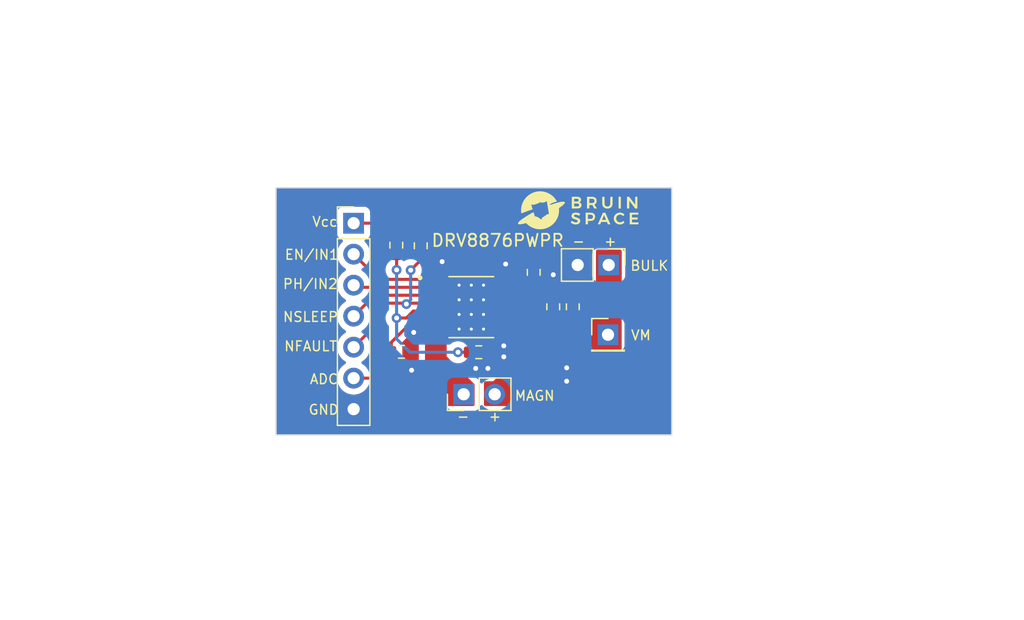
<source format=kicad_pcb>
(kicad_pcb (version 20221018) (generator pcbnew)
  (layers (0 "F.Cu" signal) (31 "B.Cu" signal) (34 "B.Paste" user) (35 "F.Paste" user) (36 "B.SilkS" user "B.Silkscreen") (37 "F.SilkS" user "F.Silkscreen") (38 "B.Mask" user) (39 "F.Mask" user) (44 "Edge.Cuts" user))
  (net 0 "")
  (net 1 "Net-(U1-CPH)")
  (net 2 "Net-(U1-CPL)")
  (net 3 "Net-(BULKCAP1-IN)")
  (net 4 "Earth")
  (net 5 "Net-(U1-VCP)")
  (net 6 "Net-(STM1-Vcc)")
  (net 7 "Net-(U1-VREF)")
  (net 8 "Net-(STM1-ADC)")
  (net 9 "Net-(STM1-PWM)")
  (net 10 "Net-(MAGNETORQUER1-SIDE1)")
  (net 11 "Net-(MAGNETORQUER1-SIDE2)")
  (net 12 "Net-(U1-~{NFAULT})")
  (net 13 "Net-(U1-PH{slash}IN2)")
  (net 14 "Net-(U1-NSLEEP)")
  (footprint "Connector_PinHeader_2.54mm:PinHeader_1x01_P2.54mm_Vertical" (layer "F.Cu") (at 151.384 88.392)
    (fp_text reference "VM1" hide)
    (fp_text value "~")
    (pad "1" thru_hole rect (at 0 0) (size 1.7 1.7) (drill 1) (layers "*.Cu" "*.Mask") (net 3 "Net-(BULKCAP1-IN)"))
  )
  (footprint "Resistor_SMD:R_0603_1608Metric" (layer "F.Cu") (at 134.05 81.05 90)
    (fp_text reference "16k" hide)
    (fp_text value "16kO")
    (pad "1" smd roundrect (at -0.825 0 90) (size 0.8 0.95) (layers "F.Cu" "F.Paste" "F.Mask") (net 7 "Net-(U1-VREF)"))
    (pad "2" smd roundrect (at 0.825 0 90) (size 0.8 0.95) (layers "F.Cu" "F.Paste" "F.Mask") (net 6 "Net-(STM1-Vcc)"))
  )
  (footprint "LOGO" (layer "F.Cu") (at 149.15 78.2)
    (fp_text reference "G***" hide)
    (fp_text value "LOGO" hide)
  )
  (footprint "Resistor_SMD:R_0603_1608Metric" (layer "F.Cu") (at 146.9 86.1 90)
    (fp_text reference "0.1uF" hide)
    (fp_text value "0.1 uF")
    (pad "1" smd roundrect (at -0.825 0 90) (size 0.8 0.95) (layers "F.Cu" "F.Paste" "F.Mask") (net 3 "Net-(BULKCAP1-IN)"))
    (pad "2" smd roundrect (at 0.825 0 90) (size 0.8 0.95) (layers "F.Cu" "F.Paste" "F.Mask") (net 5 "Net-(U1-VCP)"))
  )
  (footprint "Resistor_SMD:R_0603_1608Metric" (layer "F.Cu") (at 136.05 81.1 90)
    (fp_text reference "10k" hide)
    (fp_text value "10kO")
    (pad "1" smd roundrect (at -0.825 0 90) (size 0.8 0.95) (layers "F.Cu" "F.Paste" "F.Mask") (net 12 "Net-(U1-~{NFAULT})"))
    (pad "2" smd roundrect (at 0.825 0 90) (size 0.8 0.95) (layers "F.Cu" "F.Paste" "F.Mask") (net 6 "Net-(STM1-Vcc)"))
  )
  (footprint "Resistor_SMD:R_0603_1608Metric" (layer "F.Cu") (at 134.4676 89.789)
    (fp_text reference "2.5kOhms" hide)
    (fp_text value "2.5kO")
    (pad "1" smd roundrect (at -0.825 0) (size 0.8 0.95) (layers "F.Cu" "F.Paste" "F.Mask") (net 8 "Net-(STM1-ADC)"))
    (pad "2" smd roundrect (at 0.825 0) (size 0.8 0.95) (layers "F.Cu" "F.Paste" "F.Mask") (net 4 "Earth"))
  )
  (footprint "Resistor_SMD:R_0603_1608Metric" (layer "F.Cu") (at 140.8 89.825)
    (fp_text reference "50kOhms" hide)
    (fp_text value "50kO")
    (pad "1" smd roundrect (at -0.825 0) (size 0.8 0.95) (layers "F.Cu" "F.Paste" "F.Mask") (net 7 "Net-(U1-VREF)"))
    (pad "2" smd roundrect (at 0.825 0) (size 0.8 0.95) (layers "F.Cu" "F.Paste" "F.Mask") (net 4 "Earth"))
  )
  (footprint "Connector_PinHeader_2.54mm:PinHeader_1x07_P2.54mm_Vertical" (layer "F.Cu") (at 130.556 79.248)
    (fp_text reference "STM" hide)
    (fp_text value "~")
    (pad "1" thru_hole rect (at 0 0) (size 1.7 1.7) (drill 1) (layers "*.Cu" "*.Mask") (net 6 "Net-(STM1-Vcc)"))
    (pad "2" thru_hole oval (at 0 2.54) (size 1.7 1.7) (drill 1) (layers "*.Cu" "*.Mask") (net 9 "Net-(STM1-PWM)"))
    (pad "3" thru_hole oval (at 0 5.08) (size 1.7 1.7) (drill 1) (layers "*.Cu" "*.Mask") (net 13 "Net-(U1-PH{slash}IN2)"))
    (pad "4" thru_hole oval (at 0 7.62) (size 1.7 1.7) (drill 1) (layers "*.Cu" "*.Mask") (net 14 "Net-(U1-NSLEEP)"))
    (pad "5" thru_hole oval (at 0 10.16) (size 1.7 1.7) (drill 1) (layers "*.Cu" "*.Mask") (net 12 "Net-(U1-~{NFAULT})"))
    (pad "6" thru_hole oval (at 0 12.7) (size 1.7 1.7) (drill 1) (layers "*.Cu" "*.Mask") (net 8 "Net-(STM1-ADC)"))
    (pad "7" thru_hole oval (at 0 15.24) (size 1.7 1.7) (drill 1) (layers "*.Cu" "*.Mask") (net 4 "Earth"))
  )
  (footprint "DRV8876PWPR:IC_DRV8876PWPR" (layer "F.Cu") (at 140.192 86.128)
    (fp_text reference "U1" hide)
    (fp_text value "DRV8876PWPR" hide)
    (pad "1" smd roundrect (at -2.9 -2.275) (size 1.5 0.45) (layers "F.Cu" "F.Paste" "F.Mask") (roundrect_rratio 0.06) (net 9 "Net-(STM1-PWM)"))
    (pad "2" smd roundrect (at -2.9 -1.625) (size 1.5 0.45) (layers "F.Cu" "F.Paste" "F.Mask") (roundrect_rratio 0.06) (net 13 "Net-(U1-PH{slash}IN2)"))
    (pad "3" smd roundrect (at -2.9 -0.975) (size 1.5 0.45) (layers "F.Cu" "F.Paste" "F.Mask") (roundrect_rratio 0.06) (net 14 "Net-(U1-NSLEEP)"))
    (pad "4" smd roundrect (at -2.9 -0.325) (size 1.5 0.45) (layers "F.Cu" "F.Paste" "F.Mask") (roundrect_rratio 0.06) (net 12 "Net-(U1-~{NFAULT})"))
    (pad "5" smd roundrect (at -2.9 0.325) (size 1.5 0.45) (layers "F.Cu" "F.Paste" "F.Mask") (roundrect_rratio 0.06) (net 7 "Net-(U1-VREF)"))
    (pad "6" smd roundrect (at -2.9 0.975) (size 1.5 0.45) (layers "F.Cu" "F.Paste" "F.Mask") (roundrect_rratio 0.06) (net 8 "Net-(STM1-ADC)"))
    (pad "7" smd roundrect (at -2.9 1.625) (size 1.5 0.45) (layers "F.Cu" "F.Paste" "F.Mask") (roundrect_rratio 0.06) (net 4 "Earth"))
    (pad "8" smd roundrect (at -2.9 2.275) (size 1.5 0.45) (layers "F.Cu" "F.Paste" "F.Mask") (roundrect_rratio 0.06) (net 10 "Net-(MAGNETORQUER1-SIDE1)"))
    (pad "9" smd roundrect (at 2.9 2.275) (size 1.5 0.45) (layers "F.Cu" "F.Paste" "F.Mask") (roundrect_rratio 0.06) (net 4 "Earth"))
    (pad "10" smd roundrect (at 2.9 1.625) (size 1.5 0.45) (layers "F.Cu" "F.Paste" "F.Mask") (roundrect_rratio 0.06) (net 11 "Net-(MAGNETORQUER1-SIDE2)"))
    (pad "11" smd roundrect (at 2.9 0.975) (size 1.5 0.45) (layers "F.Cu" "F.Paste" "F.Mask") (roundrect_rratio 0.06) (net 3 "Net-(BULKCAP1-IN)"))
    (pad "12" smd roundrect (at 2.9 0.325) (size 1.5 0.45) (layers "F.Cu" "F.Paste" "F.Mask") (roundrect_rratio 0.06) (net 5 "Net-(U1-VCP)"))
    (pad "13" smd roundrect (at 2.9 -0.325) (size 1.5 0.45) (layers "F.Cu" "F.Paste" "F.Mask") (roundrect_rratio 0.06) (net 1 "Net-(U1-CPH)"))
    (pad "14" smd roundrect (at 2.9 -0.975) (size 1.5 0.45) (layers "F.Cu" "F.Paste" "F.Mask") (roundrect_rratio 0.06) (net 2 "Net-(U1-CPL)"))
    (pad "15" smd roundrect (at 2.9 -1.625) (size 1.5 0.45) (layers "F.Cu" "F.Paste" "F.Mask") (roundrect_rratio 0.06) (net 4 "Earth"))
    (pad "16" thru_hole circle (at -1 -1.8) (size 0.45 0.45) (drill 0.25) (layers "*.Cu") (net 4 "Earth"))
    (pad "16" thru_hole circle (at -1 -0.6) (size 0.45 0.45) (drill 0.25) (layers "*.Cu") (net 4 "Earth"))
    (pad "16" thru_hole circle (at -1 0.6) (size 0.45 0.45) (drill 0.25) (layers "*.Cu") (net 4 "Earth"))
    (pad "16" thru_hole circle (at -1 1.8) (size 0.45 0.45) (drill 0.25) (layers "*.Cu") (net 4 "Earth"))
    (pad "16" thru_hole circle (at 0 -1.8) (size 0.45 0.45) (drill 0.25) (layers "*.Cu") (net 4 "Earth"))
    (pad "16" thru_hole circle (at 0 -0.6) (size 0.45 0.45) (drill 0.25) (layers "*.Cu") (net 4 "Earth"))
    (pad "16" smd rect (at 0 0) (size 3.4 5) (layers "F.Cu") (net 4 "Earth"))
    (pad "16" thru_hole circle (at 0 0.6) (size 0.45 0.45) (drill 0.25) (layers "*.Cu") (net 4 "Earth"))
    (pad "16" thru_hole circle (at 0 1.8) (size 0.45 0.45) (drill 0.25) (layers "*.Cu") (net 4 "Earth"))
    (pad "16" thru_hole circle (at 1 -1.8) (size 0.45 0.45) (drill 0.25) (layers "*.Cu") (net 4 "Earth"))
    (pad "16" thru_hole circle (at 1 -0.6) (size 0.45 0.45) (drill 0.25) (layers "*.Cu") (net 4 "Earth"))
    (pad "16" thru_hole circle (at 1 0.6) (size 0.45 0.45) (drill 0.25) (layers "*.Cu") (net 4 "Earth"))
    (pad "16" thru_hole circle (at 1 1.8) (size 0.45 0.45) (drill 0.25) (layers "*.Cu") (net 4 "Earth"))
    (pad "16" smd roundrect (at 2.9 -2.275) (size 1.5 0.45) (layers "F.Cu" "F.Paste" "F.Mask") (roundrect_rratio 0.06) (net 4 "Earth"))
  )
  (footprint "Connector_PinHeader_2.54mm:PinHeader_1x02_P2.54mm_Vertical" (layer "F.Cu") (at 151.44 82.675 -90)
    (fp_text reference "BULKCAP1" hide)
    (fp_text value "~")
    (pad "1" thru_hole rect (at 0 0 270) (size 1.7 1.7) (drill 1) (layers "*.Cu" "*.Mask") (net 3 "Net-(BULKCAP1-IN)"))
    (pad "2" thru_hole oval (at 0 2.54 270) (size 1.7 1.7) (drill 1) (layers "*.Cu" "*.Mask") (net 4 "Earth"))
  )
  (footprint "Resistor_SMD:R_0603_1608Metric" (layer "F.Cu") (at 148.5 86.1 90)
    (fp_text reference "0.1uF" hide)
    (fp_text value "0.1 uF")
    (pad "1" smd roundrect (at -0.825 0 90) (size 0.8 0.95) (layers "F.Cu" "F.Paste" "F.Mask") (net 3 "Net-(BULKCAP1-IN)"))
    (pad "2" smd roundrect (at 0.825 0 90) (size 0.8 0.95) (layers "F.Cu" "F.Paste" "F.Mask") (net 4 "Earth"))
  )
  (footprint "Resistor_SMD:R_0603_1608Metric" (layer "F.Cu") (at 145.3 83.275 90)
    (fp_text reference "0.022uF" hide)
    (fp_text value "0.022 uF")
    (pad "1" smd roundrect (at -0.825 0 90) (size 0.8 0.95) (layers "F.Cu" "F.Paste" "F.Mask") (net 1 "Net-(U1-CPH)"))
    (pad "2" smd roundrect (at 0.825 0 90) (size 0.8 0.95) (layers "F.Cu" "F.Paste" "F.Mask") (net 2 "Net-(U1-CPL)"))
  )
  (footprint "Connector_PinHeader_2.54mm:PinHeader_1x02_P2.54mm_Vertical" (layer "F.Cu") (at 139.568 93.2688 90)
    (fp_text reference "MAGN" (at -0.12 5.812 180) (layer "F.SilkS") (effects (font (size 0.8 0.8) (thickness 0.12))))
    (fp_text value "~")
    (pad "1" thru_hole rect (at 0 0 90) (size 1.7 1.7) (drill 1) (layers "*.Cu" "*.Mask") (net 10 "Net-(MAGNETORQUER1-SIDE1)"))
    (pad "2" thru_hole oval (at 0 2.54 90) (size 1.7 1.7) (drill 1) (layers "*.Cu" "*.Mask") (net 11 "Net-(MAGNETORQUER1-SIDE2)"))
  )
  (gr_rect (start 124.2 76.35) (end 156.6 96.6) (stroke (width 0.1)) (fill none) (layer "Edge.Cuts"))
  (gr_text "+" (at 141.55 95.55) (layer "F.SilkS") (effects (font (size 0.8 0.8) (thickness 0.12)) (justify left bottom)))
  (gr_text "DRV8876PWPR" (at 136.85 81.25) (layer "F.SilkS") (effects (font (size 1 1)) (justify left bottom)))
  (gr_text "NFAULT" (at 124.8 89.8) (layer "F.SilkS") (effects (font (size 0.8 0.8) (thickness 0.12)) (justify left bottom)))
  (gr_text "NSLEEP\n" (at 124.7 87.4) (layer "F.SilkS") (effects (font (size 0.8 0.8) (thickness 0.12)) (justify left bottom)))
  (gr_text "+" (at 151 81.2) (layer "F.SilkS") (effects (font (size 0.8 0.8) (thickness 0.12)) (justify left bottom)))
  (gr_text "ADC" (at 126.9 92.5) (layer "F.SilkS") (effects (font (size 0.8 0.8) (thickness 0.12)) (justify left bottom)))
  (gr_text "EN/IN1" (at 124.85 82.3) (layer "F.SilkS") (effects (font (size 0.8 0.8) (thickness 0.12)) (justify left bottom)))
  (gr_text "-" (at 138.95 95.55) (layer "F.SilkS") (effects (font (size 0.8 0.8) (thickness 0.12)) (justify left bottom)))
  (gr_text "Vcc" (at 127.1 79.6) (layer "F.SilkS") (effects (font (size 0.8 0.8) (thickness 0.12)) (justify left bottom)))
  (gr_text "VM" (at 153.2 88.9) (layer "F.SilkS") (effects (font (size 0.8 0.8) (thickness 0.12)) (justify left bottom)))
  (gr_text "BULK\n" (at 153.15 83.2) (layer "F.SilkS") (effects (font (size 0.8 0.8) (thickness 0.12)) (justify left bottom)))
  (gr_text "PH/IN2\n" (at 124.7 84.7) (layer "F.SilkS") (effects (font (size 0.8 0.8) (thickness 0.12)) (justify left bottom)))
  (gr_text "-" (at 148.4 81.2) (layer "F.SilkS") (effects (font (size 0.8 0.8) (thickness 0.12)) (justify left bottom)))
  (gr_text "GND" (at 126.8 95) (layer "F.SilkS") (effects (font (size 0.8 0.8) (thickness 0.12)) (justify left bottom)))
  (segment (start 144.147 85.803) (end 145.3 84.65) (width 0.25) (layer "F.Cu") (net 1))
  (segment (start 145.3 84.65) (end 145.3 84.1) (width 0.25) (layer "F.Cu") (net 1))
  (segment (start 143.092 85.803) (end 144.147 85.803) (width 0.25) (layer "F.Cu") (net 1))
  (segment (start 145.3 82.45) (end 144.45 83.3) (width 0.25) (layer "F.Cu") (net 2))
  (segment (start 144.45 84.75) (end 144.047 85.153) (width 0.25) (layer "F.Cu") (net 2))
  (segment (start 144.047 85.153) (end 143.092 85.153) (width 0.25) (layer "F.Cu") (net 2))
  (segment (start 144.45 83.3) (end 144.45 84.75) (width 0.25) (layer "F.Cu") (net 2))
  (segment (start 151.44 88.336) (end 151.384 88.392) (width 0.25) (layer "F.Cu") (net 3))
  (segment (start 151.384 82.731) (end 151.44 82.675) (width 0.25) (layer "F.Cu") (net 3))
  (segment (start 135.475 88.934) (end 135.475 88.2) (width 0.25) (layer "F.Cu") (net 4))
  (segment (start 135.2926 89.1164) (end 135.475 88.934) (width 0.25) (layer "F.Cu") (net 4))
  (segment (start 143.1 88.411) (end 143.092 88.403) (width 0.25) (layer "F.Cu") (net 4))
  (segment (start 135.922 87.753) (end 137.292 87.753) (width 0.25) (layer "F.Cu") (net 4))
  (segment (start 135.2926 89.789) (end 135.2926 89.1164) (width 0.25) (layer "F.Cu") (net 4))
  (segment (start 135.475 88.2) (end 135.922 87.753) (width 0.25) (layer "F.Cu") (net 4))
  (via (at 140.55 91.15) (size 0.8) (drill 0.4) (layers "F.Cu" "B.Cu") (net 4))
  (via (at 141.55 91.15) (size 0.8) (drill 0.4) (layers "F.Cu" "B.Cu") (net 4))
  (via (at 137.8 82.4) (size 0.8) (drill 0.4) (layers "F.Cu" "B.Cu") (net 4))
  (via (at 135.3 91.3) (size 0.8) (drill 0.4) (layers "F.Cu" "B.Cu") (net 4))
  (via (at 142.85 90.2) (size 0.8) (drill 0.4) (layers "F.Cu" "B.Cu") (net 4))
  (via (at 135.475 88.2) (size 0.8) (drill 0.4) (layers "F.Cu" "B.Cu") (net 4))
  (via (at 142.85 89.3) (size 0.8) (drill 0.4) (layers "F.Cu" "B.Cu") (net 4))
  (via (at 148 92.2) (size 0.8) (drill 0.4) (layers "F.Cu" "B.Cu") (net 4))
  (via (at 146.9 83.475) (size 0.8) (drill 0.4) (layers "F.Cu" "B.Cu") (net 4))
  (via (at 148 91.1) (size 0.8) (drill 0.4) (layers "F.Cu" "B.Cu") (net 4))
  (via (at 143 82.6) (size 0.8) (drill 0.4) (layers "F.Cu" "B.Cu") (net 4))
  (segment (start 143.092 86.453) (end 143.095 86.45) (width 0.25) (layer "F.Cu") (net 5))
  (segment (start 144.2 86.45) (end 145.375 85.275) (width 0.25) (layer "F.Cu") (net 5))
  (segment (start 145.375 85.275) (end 146.9 85.275) (width 0.25) (layer "F.Cu") (net 5))
  (segment (start 143.095 86.45) (end 144.2 86.45) (width 0.25) (layer "F.Cu") (net 5))
  (segment (start 133.073 79.248) (end 130.556 79.248) (width 0.25) (layer "F.Cu") (net 6))
  (segment (start 134.1 80.275) (end 134.05 80.225) (width 0.25) (layer "F.Cu") (net 6))
  (segment (start 136.05 80.275) (end 134.1 80.275) (width 0.25) (layer "F.Cu") (net 6))
  (segment (start 134.05 80.225) (end 133.073 79.248) (width 0.25) (layer "F.Cu") (net 6))
  (segment (start 135.4414 86.453) (end 137.292 86.453) (width 0.25) (layer "F.Cu") (net 7))
  (segment (start 134.874 87.0204) (end 135.4414 86.453) (width 0.25) (layer "F.Cu") (net 7))
  (segment (start 134.075 83.075) (end 134.075 81.9) (width 0.25) (layer "F.Cu") (net 7))
  (segment (start 134.075 81.9) (end 134.05 81.875) (width 0.25) (layer "F.Cu") (net 7))
  (segment (start 139.1 89.825) (end 139.975 89.825) (width 0.25) (layer "F.Cu") (net 7))
  (segment (start 134.075 87.0204) (end 134.874 87.0204) (width 0.25) (layer "F.Cu") (net 7))
  (via (at 134.075 87.0204) (size 0.8) (drill 0.4) (layers "F.Cu" "B.Cu") (net 7))
  (via (at 134.075 83.075) (size 0.8) (drill 0.4) (layers "F.Cu" "B.Cu") (net 7))
  (via (at 139.1 89.825) (size 0.8) (drill 0.4) (layers "F.Cu" "B.Cu") (net 7))
  (segment (start 134.075 87.0204) (end 134.075 83.075) (width 0.25) (layer "B.Cu") (net 7))
  (segment (start 135.164 89.825) (end 139.1 89.825) (width 0.25) (layer "B.Cu") (net 7))
  (segment (start 134.075 87.0204) (end 134.075 88.736) (width 0.25) (layer "B.Cu") (net 7))
  (segment (start 134.075 88.736) (end 135.164 89.825) (width 0.25) (layer "B.Cu") (net 7))
  (segment (start 132.4102 91.948) (end 130.556 91.948) (width 0.25) (layer "F.Cu") (net 8))
  (segment (start 137.292 87.103) (end 135.546695 87.103) (width 0.25) (layer "F.Cu") (net 8))
  (segment (start 133.6426 89.007095) (end 133.6426 89.789) (width 0.25) (layer "F.Cu") (net 8))
  (segment (start 135.546695 87.103) (end 133.6426 89.007095) (width 0.25) (layer "F.Cu") (net 8))
  (segment (start 133.6426 89.789) (end 133.6426 90.7156) (width 0.25) (layer "F.Cu") (net 8))
  (segment (start 133.6426 90.7156) (end 132.4102 91.948) (width 0.25) (layer "F.Cu") (net 8))
  (segment (start 130.556 81.788) (end 132.621 83.853) (width 0.25) (layer "F.Cu") (net 9))
  (segment (start 132.621 83.853) (end 137.292 83.853) (width 0.25) (layer "F.Cu") (net 9))
  (segment (start 132.65 86.15) (end 132.997 85.803) (width 0.25) (layer "F.Cu") (net 12))
  (segment (start 130.556 89.408) (end 132.65 87.314) (width 0.25) (layer "F.Cu") (net 12))
  (segment (start 136.05 81.925) (end 136.05 82.275) (width 0.25) (layer "F.Cu") (net 12))
  (segment (start 132.997 85.803) (end 137.292 85.803) (width 0.25) (layer "F.Cu") (net 12))
  (segment (start 136.05 82.275) (end 135.225 83.1) (width 0.25) (layer "F.Cu") (net 12))
  (segment (start 132.65 87.314) (end 132.65 86.15) (width 0.25) (layer "F.Cu") (net 12))
  (via (at 134.874 85.8775) (size 0.8) (drill 0.4) (layers "F.Cu" "B.Cu") (net 12))
  (via (at 135.225 83.1) (size 0.8) (drill 0.4) (layers "F.Cu" "B.Cu") (net 12))
  (segment (start 135.225 83.1) (end 135.225 85.5265) (width 0.25) (layer "B.Cu") (net 12))
  (segment (start 135.225 85.5265) (end 134.874 85.8775) (width 0.25) (layer "B.Cu") (net 12))
  (segment (start 130.556 84.328) (end 130.731 84.503) (width 0.25) (layer "F.Cu") (net 13))
  (segment (start 130.731 84.503) (end 137.292 84.503) (width 0.25) (layer "F.Cu") (net 13))
  (segment (start 130.556 86.868) (end 132.271 85.153) (width 0.25) (layer "F.Cu") (net 14))
  (segment (start 132.271 85.153) (end 137.292 85.153) (width 0.25) (layer "F.Cu") (net 14))
  (zone (net 11) (net_name "Net-(MAGNETORQUER1-SIDE2)") (layer "F.Cu") (priority 4) (connect_pads yes (clearance 0)) (min_thickness 0.25) (fill yes (thermal_gap 0.5) (thermal_bridge_width 0.5))
    (polygon (pts (xy 142.494 87.526) (xy 142.494 88.138) (xy 144.018 88.138) (xy 144.018 90.17) (xy 141.986 92.202) (xy 141.224 92.202) (xy 141.224 94.234) (xy 146.812 94.234) (xy 146.812 89.154) (xy 145.05 87.526)))
  )
  (zone (net 3) (net_name "Net-(BULKCAP1-IN)") (layer "F.Cu") (priority 2) (connect_pads yes (clearance 0)) (min_thickness 0.25) (fill yes (thermal_gap 0.5) (thermal_bridge_width 0.5))
    (polygon (pts (xy 150.398 81.4254) (xy 150.3934 86.233) (xy 144.7038 86.2076) (xy 143.9672 86.868) (xy 142.675 86.875) (xy 142.675 87.325) (xy 145.375 87.325) (xy 147.15 88.925) (xy 148.3 90) (xy 152.5016 89.9922) (xy 152.5086 81.425) (xy 150.55 81.4)))
  )
  (zone (net 4) (net_name "Earth") (layer "F.Cu") (connect_pads yes (clearance 0.5)) (min_thickness 0.25) (fill yes (thermal_gap 0.5) (thermal_bridge_width 0.5))
    (polygon (pts (xy 101.6 60.96) (xy 184 60.96) (xy 184 111.76) (xy 101.6 111.76)))
  )
  (zone (net 10) (net_name "Net-(MAGNETORQUER1-SIDE1)") (layer "F.Cu") (priority 3) (connect_pads yes (clearance 0)) (min_thickness 0.25) (fill yes (thermal_gap 0.5) (thermal_bridge_width 0.5))
    (polygon (pts (xy 136.398 88.138) (xy 138.176 88.138) (xy 138.176 90.17) (xy 140.462 92.456) (xy 140.462 94.234) (xy 136.398 94.234)))
  )
  (zone (net 4) (net_name "Earth") (layer "B.Cu") (priority 1) (connect_pads yes (clearance 0.5)) (min_thickness 0.25) (fill yes (thermal_gap 0.5) (thermal_bridge_width 0.5))
    (polygon (pts (xy 101.6 60.96) (xy 185.46 60.96) (xy 185.46 111.76) (xy 101.6 111.76)))
  )
)
</source>
